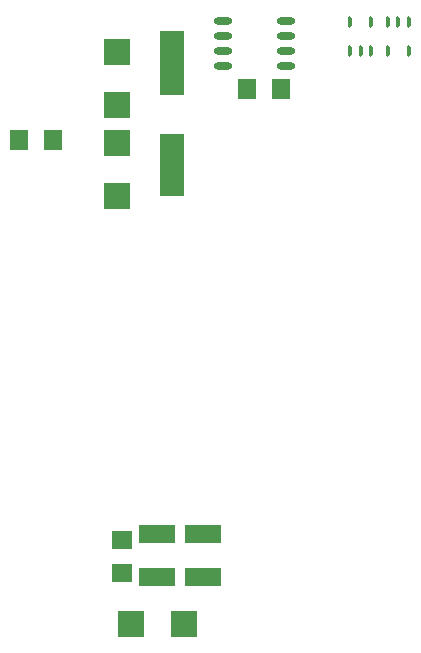
<source format=gbp>
G04 Layer_Color=128*
%FSAX25Y25*%
%MOIN*%
G70*
G01*
G75*
%ADD13R,0.06299X0.07087*%
%ADD16O,0.01200X0.04000*%
%ADD18R,0.09055X0.09055*%
%ADD21R,0.07087X0.06299*%
%ADD53R,0.12000X0.06000*%
%ADD54R,0.09055X0.09055*%
%ADD55R,0.08000X0.21000*%
%ADD56R,0.08000X0.21500*%
%ADD57O,0.06061X0.02362*%
D13*
X1462588Y1247700D02*
D03*
X1473612D02*
D03*
X1538588Y1264500D02*
D03*
X1549612D02*
D03*
D16*
X1585400Y1287100D02*
D03*
X1588900D02*
D03*
X1592400D02*
D03*
Y1277200D02*
D03*
X1585400D02*
D03*
X1579800Y1287100D02*
D03*
X1572800D02*
D03*
Y1277200D02*
D03*
X1576300D02*
D03*
X1579800D02*
D03*
D18*
X1499642Y1086313D02*
D03*
X1517358D02*
D03*
D21*
X1496900Y1114312D02*
D03*
Y1103288D02*
D03*
D53*
X1523800Y1102098D02*
D03*
Y1116302D02*
D03*
X1508400Y1102098D02*
D03*
Y1116302D02*
D03*
D54*
X1494987Y1259342D02*
D03*
Y1277058D02*
D03*
X1495213Y1246758D02*
D03*
Y1229042D02*
D03*
D55*
X1513400Y1239300D02*
D03*
D56*
Y1273300D02*
D03*
D57*
X1551500Y1282300D02*
D03*
Y1287300D02*
D03*
Y1277300D02*
D03*
Y1272300D02*
D03*
X1530500Y1287300D02*
D03*
Y1282300D02*
D03*
Y1277300D02*
D03*
Y1272300D02*
D03*
M02*

</source>
